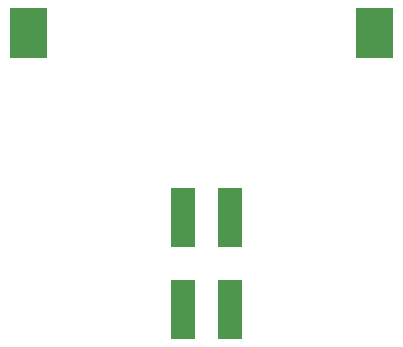
<source format=gbr>
G04 start of page 11 for group -4014 idx -4014 *
G04 Title: (unknown), bottompaste *
G04 Creator: pcb 20140316 *
G04 CreationDate: Wed 05 Dec 2018 13:19:10 GMT UTC *
G04 For: david *
G04 Format: Gerber/RS-274X *
G04 PCB-Dimensions (mil): 5803.15 7874.02 *
G04 PCB-Coordinate-Origin: lower left *
%MOIN*%
%FSLAX25Y25*%
%LNBOTTOMPASTE*%
%ADD95R,0.0787X0.0787*%
%ADD94R,0.0787X0.0787*%
%ADD93R,0.1260X0.1260*%
G54D93*X137559Y328661D02*Y324725D01*
X252913Y328661D02*Y324725D01*
G54D94*X188976Y228741D02*Y240551D01*
X204724D02*Y228741D01*
G54D95*Y271259D02*Y259449D01*
X188976Y271259D02*Y259449D01*
M02*

</source>
